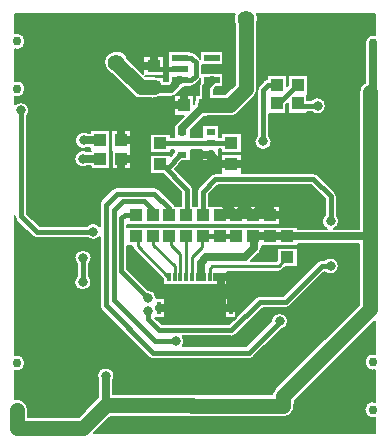
<source format=gbr>
%FSLAX23Y23*%
%MOIN*%
G04 EasyPC Gerber Version 18.0.6 Build 3620 *
%ADD133R,0.01200X0.02800*%
%ADD134R,0.01200X0.04000*%
%ADD79R,0.03940X0.04330*%
%ADD10C,0.00500*%
%ADD11C,0.01000*%
%ADD85C,0.01500*%
%ADD86C,0.02500*%
%ADD98C,0.03000*%
%ADD15C,0.03200*%
%ADD135R,0.03150X0.02165*%
%ADD137R,0.05200X0.02200*%
%ADD102C,0.05000*%
%ADD103C,0.05600*%
%ADD136R,0.04291X0.03937*%
%ADD81R,0.04330X0.03940*%
X0Y0D02*
D02*
D10*
X29Y317D02*
G75*
G02X72Y279I6J-37D01*
G01*
Y258*
X241*
X297Y314*
G75*
G02X307Y326I34J-19*
G01*
Y380*
G75*
G02X303Y394I25J14*
G01*
G75*
G02X360I29*
G01*
G75*
G02X357Y380I-29*
G01*
Y335*
X887*
G75*
G02X897Y353I37J-8*
G01*
X1176Y632*
Y834*
X971*
Y826*
X902*
Y827*
X851*
Y821*
G75*
G02X843Y803I-25*
G01*
X817Y777*
X900*
X902Y779*
Y821*
X971*
Y756*
X929*
X920Y747*
G75*
G02X908Y742I-12J12*
G01*
X735*
Y698*
X523*
Y716*
X425Y813*
G75*
G02X420Y826I12J12*
G01*
Y827*
X404*
Y751*
X472Y682*
G75*
G02X501Y654I0J-29*
G01*
G75*
G02X501Y653I-29J0*
G01*
X529*
Y588*
X495*
X518Y566*
X742*
X765Y588*
X729*
Y653*
X766*
Y589*
X832Y656*
G75*
G02X847Y662I14J-14*
G01*
X924*
X1037Y775*
G75*
G02X1052Y781I14J-14*
G01*
X1060*
G75*
G02X1109Y761I20J-20*
G01*
G75*
G02X1060Y741I-29*
G01*
X1060*
X947Y627*
G75*
G02X933Y622I-14J14*
G01*
X855*
X765Y531*
G75*
G02X750Y526I-14J14*
G01*
X588*
G75*
G02X589Y493I-23J-17*
G01*
X800*
X883Y577*
G75*
G02X940Y576I28J-1*
G01*
G75*
G02X915Y547I-29*
G01*
X824Y456*
G75*
G02X809Y450I-15J15*
G01*
X489*
G75*
G02X474Y456J22*
G01*
X317Y613*
G75*
G02X311Y629I15J15*
G01*
Y856*
G75*
G02X271Y853I-21J19*
G01*
X103*
G75*
G02X88Y858J20*
G01*
X34Y912*
G75*
G02X29Y927I14J14*
G01*
Y464*
G75*
G02X35Y465I6J-27*
G01*
G75*
G02Y410J-28*
G01*
G75*
G02X29Y411I0J28*
G01*
Y317*
X236Y728D02*
Y765D01*
G75*
G02X227Y786I20J20*
G01*
G75*
G02X284I29*
G01*
G75*
G02X276Y765I-29*
G01*
Y728*
G75*
G02X284Y708I-20J-20*
G01*
G75*
G02X227I-29*
G01*
G75*
G02X236Y728I29*
G01*
X29Y747D02*
G36*
Y464D01*
G75*
G02X35Y465I6J-27*
G01*
G75*
G02Y410J-28*
G01*
G75*
G02X29Y411I0J28*
G01*
Y317*
G75*
G02X72Y279I6J-37*
G01*
Y258*
X241*
X297Y314*
G75*
G02X307Y326I34J-19*
G01*
Y380*
G75*
G02X303Y394I25J14*
G01*
G75*
G02X360I29*
G01*
G75*
G02X357Y380I-29*
G01*
Y335*
X887*
G75*
G02X897Y353I37J-8*
G01*
X1176Y632*
Y834*
X971*
Y826*
X902*
Y827*
X851*
Y821*
G75*
G02X843Y803I-25*
G01*
X817Y777*
X900*
X902Y779*
Y821*
X971*
Y756*
X929*
X920Y747*
G75*
G02X908Y742I-12J12*
G01*
X735*
Y698*
X523*
Y716*
X425Y813*
G75*
G02X420Y826I12J12*
G01*
Y827*
X404*
Y751*
X472Y682*
G75*
G02X501Y654I0J-29*
G01*
G75*
G02X501Y653I-29J0*
G01*
X529*
Y588*
X495*
X518Y566*
X742*
X765Y588*
X729*
Y653*
X766*
Y589*
X832Y656*
G75*
G02X847Y662I14J-14*
G01*
X924*
X1037Y775*
G75*
G02X1052Y781I14J-14*
G01*
X1060*
G75*
G02X1109Y761I20J-20*
G01*
G75*
G02X1060Y741I-29*
G01*
X1060*
X947Y627*
G75*
G02X933Y622I-14J14*
G01*
X855*
X765Y531*
G75*
G02X750Y526I-14J14*
G01*
X588*
G75*
G02X589Y493I-23J-17*
G01*
X800*
X883Y577*
G75*
G02X940Y576I28J-1*
G01*
G75*
G02X915Y547I-29*
G01*
X824Y456*
G75*
G02X809Y450I-15J15*
G01*
X489*
G75*
G02X474Y456J22*
G01*
X317Y613*
G75*
G02X311Y629I15J15*
G01*
Y747*
X276*
Y728*
G75*
G02X284Y708I-20J-20*
G01*
G75*
G02X227I-29*
G01*
G75*
G02X236Y728I29*
G01*
Y747*
X29*
G37*
X236D02*
G36*
Y765D01*
G75*
G02X227Y786I20J20*
G01*
G75*
G02X284I29*
G01*
G75*
G02X276Y765I-29*
G01*
Y747*
X311*
Y856*
G75*
G02X271Y853I-21J19*
G01*
X103*
G75*
G02X88Y858J20*
G01*
X34Y912*
G75*
G02X29Y927I14J14*
G01*
Y747*
X236*
G37*
X29Y1299D02*
G75*
G02X69Y1258I20J-20D01*
G01*
Y935*
X111Y893*
X267*
G75*
G02X311Y893I22J-18*
G01*
Y965*
G75*
G02X317Y980I22*
G01*
X354Y1017*
G75*
G02X369Y1023I15J-15*
G01*
X493*
G75*
G02X509Y1017J-22*
G01*
X558Y968*
G75*
G02X562Y962I-15J-15*
G01*
X583*
Y1006*
X522Y1066*
X480*
Y1131*
X549*
Y1127*
X556Y1135*
G75*
G02X558Y1141I20J-2*
G01*
Y1148*
X549*
Y1136*
X480*
Y1201*
X549*
Y1191*
X558*
Y1231*
X564*
G75*
G02X569Y1238I23J-10*
G01*
X593Y1262*
X560*
Y1327*
G75*
G02X550Y1325I-11J24*
G01*
X525*
Y1324*
X510*
G75*
G02X487Y1319I-20J32*
G01*
X448*
G75*
G02X421Y1330J38*
G01*
X351Y1400*
G75*
G02X326Y1438I16J37*
G01*
G75*
G02X404Y1453I41*
G01*
X456Y1401*
Y1459*
X525*
Y1394*
X463*
X463Y1394*
X487*
G75*
G02X510Y1389I4J-38*
G01*
X525*
Y1378*
X539*
X539Y1378*
Y1477*
X616*
Y1474*
X617*
G75*
G02X631Y1468J-20*
G01*
X645Y1455*
G75*
G02X647Y1452I-14J-14*
G01*
Y1477*
X724*
Y1430*
X651*
Y1403*
X677*
G75*
G02X694I9J-23*
G01*
X724*
Y1356*
X700*
X691Y1346*
Y1334*
X730*
X761Y1365*
Y1569*
G75*
G02X761Y1601I38J15*
G01*
X29*
Y1536*
G75*
G02X36Y1537I7J-27*
G01*
G75*
G02Y1482J-28*
G01*
G75*
G02X29Y1483J28*
G01*
Y1378*
G75*
G02X36Y1379I7J-27*
G01*
G75*
G02Y1324J-28*
G01*
G75*
G02X29Y1325J28*
G01*
Y1299*
X269Y1093D02*
G75*
G02X227Y1118I-14J25D01*
G01*
G75*
G02X269Y1143I29*
G01*
X281*
Y1144*
X280*
Y1154*
X271*
G75*
G02X229Y1179I-14J25*
G01*
G75*
G02X271Y1204I29*
G01*
X280*
Y1213*
X345*
Y1152*
X346*
Y1083*
X281*
Y1093*
X269*
X351Y1144D02*
X350D01*
Y1213*
X415*
Y1152*
X416*
Y1083*
X351*
Y1144*
X69Y1148D02*
G36*
Y935D01*
X111Y893*
X267*
G75*
G02X311Y893I22J-18*
G01*
Y965*
G75*
G02X317Y980I22*
G01*
X354Y1017*
G75*
G02X369Y1023I15J-15*
G01*
X493*
G75*
G02X509Y1017J-22*
G01*
X558Y968*
G75*
G02X562Y962I-15J-15*
G01*
X583*
Y1006*
X522Y1066*
X480*
Y1131*
X549*
Y1127*
X556Y1135*
G75*
G02X558Y1141I20J-2*
G01*
Y1148*
X549*
Y1136*
X480*
Y1148*
X416*
Y1083*
X351*
Y1144*
X350*
Y1148*
X346*
Y1083*
X281*
Y1093*
X269*
G75*
G02X227Y1118I-14J25*
G01*
G75*
G02X269Y1143I29*
G01*
X281*
Y1144*
X280*
Y1148*
X69*
G37*
X280D02*
G36*
Y1154D01*
X271*
G75*
G02X229Y1179I-14J25*
G01*
G75*
G02X271Y1204I29*
G01*
X280*
Y1213*
X345*
Y1152*
X346*
Y1148*
X350*
Y1213*
X415*
Y1152*
X416*
Y1148*
X480*
Y1201*
X549*
Y1191*
X558*
Y1231*
X564*
G75*
G02X569Y1238I23J-10*
G01*
X593Y1262*
X560*
Y1327*
G75*
G02X550Y1325I-11J24*
G01*
X525*
Y1324*
X510*
G75*
G02X487Y1319I-20J32*
G01*
X448*
G75*
G02X421Y1330J38*
G01*
X351Y1400*
G75*
G02X326Y1438I16J37*
G01*
G75*
G02X404Y1453I41*
G01*
X456Y1401*
Y1459*
X525*
Y1394*
X463*
X463Y1394*
X487*
G75*
G02X510Y1389I4J-38*
G01*
X525*
Y1378*
X539*
X539Y1378*
Y1477*
X616*
Y1474*
X617*
G75*
G02X631Y1468J-20*
G01*
X645Y1455*
G75*
G02X647Y1452I-14J-14*
G01*
Y1477*
X724*
Y1430*
X651*
Y1403*
X677*
G75*
G02X694I9J-23*
G01*
X724*
Y1356*
X700*
X691Y1346*
Y1334*
X730*
X761Y1365*
Y1569*
G75*
G02X761Y1601I38J15*
G01*
X29*
Y1536*
G75*
G02X36Y1537I7J-27*
G01*
G75*
G02Y1482J-28*
G01*
G75*
G02X29Y1483J28*
G01*
Y1378*
G75*
G02X36Y1379I7J-27*
G01*
G75*
G02Y1324J-28*
G01*
G75*
G02X29Y1325J28*
G01*
Y1299*
G75*
G02X69Y1258I20J-20*
G01*
Y1148*
X280*
G37*
X293Y204D02*
X1229D01*
Y255*
G75*
G02X1222Y254I-7J27*
G01*
G75*
G02Y309J28*
G01*
G75*
G02X1229Y308J-28*
G01*
Y413*
G75*
G02X1222Y412I-7J27*
G01*
G75*
G02Y467J28*
G01*
G75*
G02X1229Y466J-28*
G01*
Y578*
X961Y311*
Y306*
G75*
G02X959Y280I-37J-11*
G01*
G75*
G02X917Y256I-36J15*
G01*
X345*
X293Y204*
G36*
X1229*
Y255*
G75*
G02X1222Y254I-7J27*
G01*
G75*
G02Y309J28*
G01*
G75*
G02X1229Y308J-28*
G01*
Y413*
G75*
G02X1222Y412I-7J27*
G01*
G75*
G02Y467J28*
G01*
G75*
G02X1229Y466J-28*
G01*
Y578*
X961Y311*
Y306*
G75*
G02X959Y280I-37J-11*
G01*
G75*
G02X917Y256I-36J15*
G01*
X345*
X293Y204*
G37*
X404Y892D02*
X913D01*
Y891*
X971*
Y884*
X1069*
G75*
G02X1061Y930I12J26*
G01*
Y984*
X1015Y1030*
X705*
X675Y999*
Y962*
X913*
Y897*
X404*
Y892*
G36*
X913*
Y891*
X971*
Y884*
X1069*
G75*
G02X1061Y930I12J26*
G01*
Y984*
X1015Y1030*
X705*
X675Y999*
Y962*
X913*
Y897*
X404*
Y892*
G37*
X562Y1084D02*
X617Y1029D01*
G75*
G02X623Y1015I-14J-14*
G01*
Y962*
X635*
Y1008*
G75*
G02X640Y1022I20*
G01*
X682Y1064*
G75*
G02X697Y1070I14J-14*
G01*
X716*
Y1133*
X785*
Y1070*
X1024*
G75*
G02X1038Y1064J-20*
G01*
X1095Y1007*
G75*
G02X1101Y993I-14J-14*
G01*
Y930*
G75*
G02X1092Y884I-20J-20*
G01*
X1176*
Y1339*
G75*
G02X1197Y1372I38*
G01*
Y1493*
G75*
G02X1229Y1530I26J10*
G01*
Y1601*
X836*
G75*
G02X836Y1569I-37J-16*
G01*
Y1350*
G75*
G02X825Y1323I-38*
G01*
X772Y1270*
G75*
G02X745Y1259I-27J27*
G01*
X670*
G75*
G02X660Y1258I-7J37*
G01*
X615Y1213*
Y1191*
X653*
Y1231*
X709*
Y1192*
X716*
Y1203*
X785*
Y1138*
X716*
Y1149*
X709*
Y1109*
X653*
Y1148*
X615*
Y1109*
X587*
X562Y1084*
X837Y1196D02*
Y1347D01*
G75*
G02X842Y1361I20*
G01*
X859Y1378*
G75*
G02X868Y1383I14J-14*
G01*
Y1396*
X935*
Y1362*
X938Y1364*
Y1396*
X1005*
Y1331*
X1004*
Y1315*
X1017*
G75*
G02X1066Y1295I20J-20*
G01*
G75*
G02X1017Y1275I-29*
G01*
X1004*
Y1268*
X939*
Y1304*
X934Y1298*
Y1268*
X876*
Y1196*
G75*
G02X885Y1176I-20J-20*
G01*
G75*
G02X828I-29*
G01*
G75*
G02X837Y1196I29*
G01*
X773Y1271D02*
G36*
X772Y1270D01*
G75*
G02X745Y1259I-27J27*
G01*
X670*
G75*
G02X660Y1258I-7J37*
G01*
X615Y1213*
Y1191*
X653*
Y1231*
X709*
Y1192*
X716*
Y1203*
X785*
Y1138*
X716*
Y1149*
X709*
Y1109*
X653*
Y1148*
X615*
Y1109*
X587*
X562Y1084*
X617Y1029*
G75*
G02X623Y1015I-14J-14*
G01*
Y962*
X635*
Y1008*
G75*
G02X640Y1022I20*
G01*
X682Y1064*
G75*
G02X697Y1070I14J-14*
G01*
X716*
Y1133*
X785*
Y1070*
X1024*
G75*
G02X1038Y1064J-20*
G01*
X1095Y1007*
G75*
G02X1101Y993I-14J-14*
G01*
Y930*
G75*
G02X1092Y884I-20J-20*
G01*
X1176*
Y1271*
X1054*
G75*
G02X1017Y1275I-17J23*
G01*
X1004*
Y1268*
X939*
Y1304*
X934Y1298*
Y1268*
X876*
Y1196*
G75*
G02X885Y1176I-20J-20*
G01*
G75*
G02X828I-29*
G01*
G75*
G02X837Y1196I29*
G01*
Y1271*
X773*
G37*
X837D02*
G36*
Y1347D01*
G75*
G02X842Y1361I20*
G01*
X859Y1378*
G75*
G02X868Y1383I14J-14*
G01*
Y1396*
X935*
Y1362*
X938Y1364*
Y1396*
X1005*
Y1331*
X1004*
Y1315*
X1017*
G75*
G02X1066Y1295I20J-20*
G01*
G75*
G02X1054Y1271I-29*
G01*
X1176*
Y1339*
G75*
G02X1197Y1372I38*
G01*
Y1493*
G75*
G02X1229Y1530I26J10*
G01*
Y1601*
X836*
G75*
G02X836Y1569I-37J-16*
G01*
Y1350*
G75*
G02X825Y1323I-38*
G01*
X773Y1271*
X837*
G37*
X566Y1331D02*
X625D01*
Y1302*
G75*
G02X630Y1317I38J-5*
G01*
Y1331*
X641*
Y1356*
G75*
G02X647Y1373I25*
G01*
Y1384*
G75*
G02X645Y1381I-16J11*
G01*
X629Y1365*
G75*
G02X616Y1359I-14J14*
G01*
Y1356*
X592*
X568Y1333*
G75*
G02X566Y1331I-19J19*
G01*
G36*
X625*
Y1302*
G75*
G02X630Y1317I38J-5*
G01*
Y1331*
X641*
Y1356*
G75*
G02X647Y1373I25*
G01*
Y1384*
G75*
G02X645Y1381I-16J11*
G01*
X629Y1365*
G75*
G02X616Y1359I-14J14*
G01*
Y1356*
X592*
X568Y1333*
G75*
G02X566Y1331I-19J19*
G01*
G37*
D02*
D11*
X541Y725D02*
X539D01*
X438Y826*
Y856*
X434Y860*
X561Y725D02*
Y760D01*
X489Y831*
Y859*
X488Y860*
X580Y725D02*
Y800D01*
X549Y831*
Y854*
X543Y860*
X600Y725D02*
Y860D01*
X619Y725D02*
Y791D01*
X654Y825*
Y855*
X655Y856*
Y860*
X658Y725D02*
X648D01*
X678D02*
Y751D01*
X687Y760*
X908*
X937Y789*
D02*
D15*
X49Y1279D03*
X56Y629D03*
X125Y1277D03*
X137Y631D03*
X145Y1141D03*
X181Y475D03*
X256Y708D03*
Y786D03*
Y1118D03*
X258Y1179D03*
X288Y830D03*
X289Y875D03*
X313Y552D03*
X332Y296D03*
Y394D03*
X472Y611D03*
X473Y654D03*
X514Y235D03*
Y392D03*
X566Y509D03*
X734Y991D03*
X766Y414D03*
X798Y709D03*
X847Y235D03*
X857Y1176D03*
X912Y576D03*
X924Y295D03*
X989Y1471D03*
X1012Y954D03*
X1038Y1295D03*
X1081Y761D03*
Y910D03*
X1082Y1337D03*
X1137Y805D03*
Y906D03*
X1138Y1125D03*
X1141Y1254D03*
D02*
D79*
X313Y1179D03*
X314Y1118D03*
X383Y1179D03*
X384Y1118D03*
X593Y1296D03*
X663D03*
X902Y1303D03*
X972D03*
D02*
D81*
X434Y860D03*
Y930D03*
X488Y860D03*
Y930D03*
X491Y1356D03*
Y1426D03*
X514Y1099D03*
Y1169D03*
X543Y860D03*
Y930D03*
X600Y860D03*
Y930D03*
X655Y860D03*
Y930D03*
X713Y860D03*
Y930D03*
X750Y1101D03*
Y1171D03*
X766Y860D03*
Y930D03*
X823Y860D03*
Y930D03*
X879Y860D03*
Y930D03*
X937Y789D03*
Y859D03*
D02*
D85*
X49Y1279D02*
Y927D01*
X103Y873*
X289*
Y875*
X256Y786D02*
Y708D01*
X434Y930D02*
X395D01*
X384Y919*
Y743*
X473Y654*
X488Y930D02*
Y948D01*
X460Y977*
X388*
X358Y947*
Y646*
X495Y509*
X566*
X514Y1099D02*
X521Y1092D01*
X542*
X576Y1126*
Y1132*
X586*
X543Y930D02*
Y953D01*
X493Y1002*
X369*
X333Y965*
Y629*
X489Y472*
X809*
X912Y575*
Y576*
X578Y1416D02*
X501D01*
X491Y1426*
X578Y1454D02*
X617D01*
X631Y1441*
Y1395*
X615Y1379*
X578*
X600Y930D02*
X603D01*
Y1015*
X518Y1099*
X514*
X655Y930D02*
Y1008D01*
X697Y1050*
X1024*
X1081Y993*
Y910*
X681Y1170D02*
X516D01*
X514Y1169*
X713Y860D02*
X655D01*
X750Y1171D02*
X681D01*
X681Y1170*
X766Y860D02*
X713D01*
X902Y1364D02*
X874D01*
X857Y1347*
Y1176*
X972Y1364D02*
X968D01*
Y1363*
X916Y1311*
X902*
Y1303*
X1038Y1295D02*
X980D01*
X972Y1303*
X1081Y761D02*
X1052D01*
X933Y642*
X847*
X750Y546*
X509*
X472Y584*
Y611*
D02*
D86*
X56Y625D02*
Y590D01*
Y632D02*
Y667D01*
X59Y629D02*
X94D01*
X122Y1274D02*
X97Y1249D01*
X122Y1279D02*
X97Y1304D01*
X127Y1274D02*
X152Y1249D01*
X127Y1279D02*
X152Y1304D01*
X133Y631D02*
X98D01*
X137Y627D02*
Y592D01*
Y634D02*
Y669D01*
X140Y631D02*
X175D01*
X141Y1141D02*
X106D01*
X145Y1137D02*
Y1102D01*
Y1144D02*
Y1179D01*
X148Y1141D02*
X183D01*
X177Y475D02*
X142D01*
X181Y471D02*
Y436D01*
Y478D02*
Y513D01*
X184Y475D02*
X219D01*
X309Y552D02*
X274D01*
X313Y548D02*
Y513D01*
Y555D02*
Y590D01*
Y1179D02*
X258D01*
X314Y1118D02*
X256D01*
X316Y552D02*
X351D01*
X332Y296D02*
Y394D01*
X383Y1188D02*
Y1223D01*
X384Y1108D02*
Y1073D01*
X390Y1179D02*
X425D01*
X391Y1118D02*
X426D01*
X481Y235D02*
X446D01*
X481Y1426D02*
X446D01*
X488Y235D02*
X523D01*
X491Y1434D02*
Y1469D01*
X578Y1379D02*
X577D01*
X550Y1351*
X496*
X491Y1356*
X585Y1296D02*
X550D01*
X586Y1207D02*
Y1220D01*
X663Y1296*
X593Y1306D02*
Y1341D01*
X648Y725D02*
Y772D01*
X667Y791*
X796*
X826Y821*
Y857*
X823Y860*
X663Y1296D02*
X666D01*
Y1356*
X685Y1376*
Y1379*
X678Y1132D02*
X643D01*
X681D02*
X681D01*
X710Y1104*
Y1101*
X750*
X681Y1134D02*
Y1099D01*
X691Y434D02*
X656D01*
X695Y430D02*
Y395D01*
X698Y434D02*
X733D01*
X704Y725D02*
X739D01*
X713Y930D02*
X766D01*
X717Y723D02*
Y688D01*
X730Y991D02*
X695D01*
X737D02*
X772D01*
X741Y621D02*
X776D01*
X748D02*
X510D01*
X748Y628D02*
Y663D01*
X750Y1101D02*
X806D01*
X754Y621D02*
X719D01*
X756Y940D02*
X724Y972D01*
X766Y930D02*
X823D01*
X777Y940D02*
X809Y972D01*
X794Y709D02*
X759D01*
X798Y705D02*
Y670D01*
X801Y709D02*
X836D01*
X812Y940D02*
X780Y972D01*
X823Y930D02*
X879D01*
X833Y940D02*
X865Y972D01*
X843Y235D02*
X808D01*
X850D02*
X885D01*
X879Y860D02*
X823D01*
X879Y937D02*
Y972D01*
X888Y930D02*
X923D01*
X937Y859D02*
X1214D01*
X937D02*
X880D01*
X879Y860*
X985Y1471D02*
X950D01*
X989Y1467D02*
Y1432D01*
Y1474D02*
Y1509D01*
X992Y1471D02*
X1027D01*
X1008Y954D02*
X973D01*
X1012Y950D02*
Y915D01*
Y957D02*
Y992D01*
X1015Y954D02*
X1050D01*
X1078Y1337D02*
X1043D01*
X1082Y1333D02*
Y1298D01*
Y1340D02*
Y1375D01*
X1085Y1337D02*
X1120D01*
X1133Y805D02*
X1098D01*
X1135Y1122D02*
X1110Y1097D01*
X1135Y1127D02*
X1110Y1152D01*
X1137Y801D02*
Y766D01*
X1137Y1254D02*
X1102D01*
X1140Y1122D02*
X1165Y1097D01*
X1140Y1127D02*
X1165Y1152D01*
X1141Y1250D02*
Y1215D01*
Y1257D02*
Y1292D01*
X1214Y1339D02*
X1220Y1346D01*
X1223*
Y1504*
X1224Y1497D02*
Y1347D01*
X1223Y1346*
D02*
D98*
X35Y280D03*
Y438D03*
X36Y1352D03*
Y1510D03*
X1222Y282D03*
Y440D03*
X1223Y1346D03*
Y1504D03*
D02*
D102*
X35Y280D02*
Y221D01*
X257*
X332Y296*
X618*
Y295*
X924*
X491Y1356D02*
X448D01*
X367Y1438*
X663Y1296D02*
X745D01*
X799Y1350*
Y1585*
X924Y295D02*
Y327D01*
X1214Y617*
Y859*
Y1339*
D02*
D103*
X367Y1438D03*
X799Y1585D03*
D02*
D133*
X541Y725D03*
X561D03*
X580D03*
X600D03*
X619D03*
X639D03*
X658D03*
X678D03*
X697D03*
X717D03*
D02*
D134*
X510Y621D03*
X748D03*
D02*
D135*
X586Y1132D03*
Y1207D03*
X681Y1132D03*
Y1170D03*
Y1207D03*
D02*
D136*
X902Y1364D03*
X972D03*
D02*
D137*
X578Y1379D03*
Y1416D03*
Y1454D03*
X685Y1379D03*
Y1454D03*
X0Y0D02*
M02*

</source>
